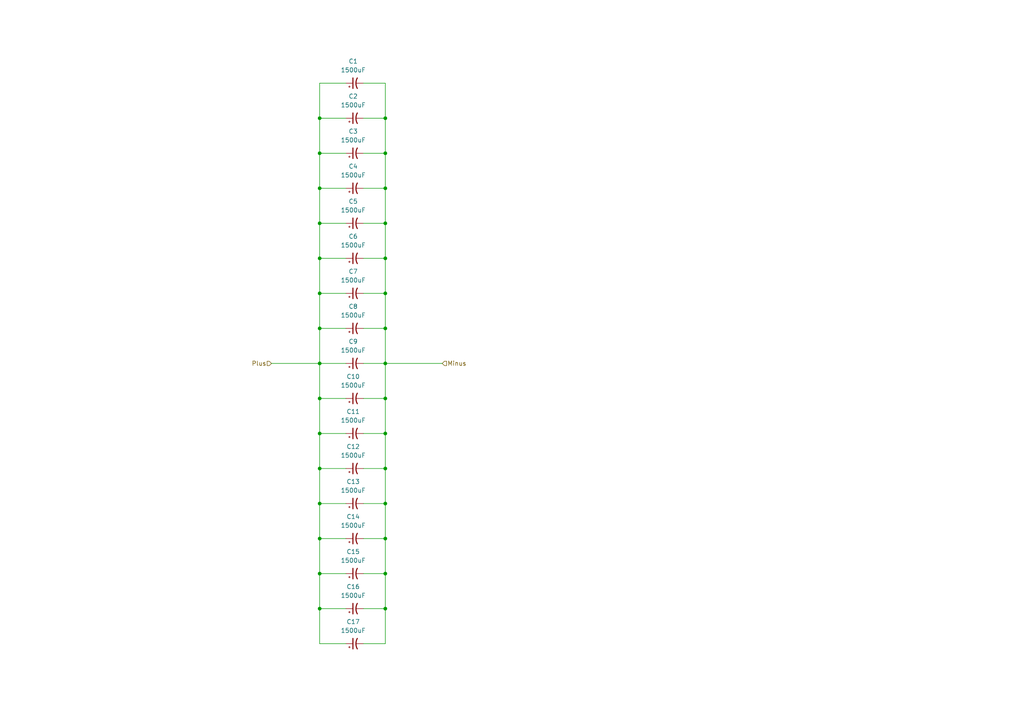
<source format=kicad_sch>
(kicad_sch (version 20250114) (generator "eeschema") (generator_version "9.0")
  (paper "A4")
  (lib_symbols
    (symbol "Device:C_Polarized_Small_US" (pin_numbers (hide yes)) (pin_names (offset 0.254) (hide yes))
      (property "Reference" "C" (at 0.254 1.778 0))
      (property "Value" "C_Polarized_Small_US" (at 0.254 -2.032 0))
      (symbol "C_Polarized_Small_US_0_1"
        (polyline (pts (xy -1.524 0.508) (xy 1.524 0.508)) (stroke (width 0.3048)))
        (polyline (pts (xy -1.27 1.524) (xy -0.762 1.524)))
        (polyline (pts (xy -1.016 1.27) (xy -1.016 1.778)))
        (arc (start -1.524 -0.762) (mid 0 -0.3734) (end 1.524 -0.762) (stroke (width 0.3048)))
      )
      (symbol "C_Polarized_Small_US_1_1"
        (pin passive line (at 0 2.54 270) (length 2.032) (name "~") (number "1"))
        (pin passive line (at 0 -2.54 90) (length 2.032) (name "~") (number "2"))
      )
    )
  )
  (junction (at 92.71 146.05))
  (junction (at 92.71 54.61))
  (junction (at 92.71 176.53))
  (junction (at 111.76 135.89))
  (junction (at 111.76 176.53))
  (junction (at 111.76 74.93))
  (junction (at 92.71 74.93))
  (junction (at 111.76 156.21))
  (junction (at 111.76 95.25))
  (junction (at 92.71 115.57))
  (junction (at 111.76 125.73))
  (junction (at 92.71 95.25))
  (junction (at 92.71 125.73))
  (junction (at 111.76 64.77))
  (junction (at 92.71 135.89))
  (junction (at 111.76 54.61))
  (junction (at 111.76 85.09))
  (junction (at 92.71 85.09))
  (junction (at 92.71 34.29))
  (junction (at 92.71 166.37))
  (junction (at 92.71 44.45))
  (junction (at 111.76 146.05))
  (junction (at 111.76 105.41))
  (junction (at 111.76 44.45))
  (junction (at 92.71 64.77))
  (junction (at 111.76 34.29))
  (junction (at 92.71 156.21))
  (junction (at 92.71 105.41))
  (junction (at 111.76 115.57))
  (junction (at 111.76 166.37))
  (wire (pts (xy 105.41 54.61) (xy 111.76 54.61)))
  (wire (pts (xy 92.71 125.73) (xy 92.71 135.89)))
  (wire (pts (xy 105.41 105.41) (xy 111.76 105.41)))
  (wire (pts (xy 105.41 186.69) (xy 111.76 186.69)))
  (wire (pts (xy 92.71 54.61) (xy 92.71 64.77)))
  (wire (pts (xy 92.71 186.69) (xy 100.33 186.69)))
  (wire (pts (xy 92.71 95.25) (xy 92.71 105.41)))
  (wire (pts (xy 92.71 146.05) (xy 100.33 146.05)))
  (wire (pts (xy 92.71 125.73) (xy 100.33 125.73)))
  (wire (pts (xy 111.76 95.25) (xy 111.76 105.41)))
  (wire (pts (xy 111.76 156.21) (xy 111.76 166.37)))
  (wire (pts (xy 105.41 95.25) (xy 111.76 95.25)))
  (wire (pts (xy 92.71 115.57) (xy 100.33 115.57)))
  (wire (pts (xy 92.71 176.53) (xy 100.33 176.53)))
  (wire (pts (xy 92.71 44.45) (xy 92.71 54.61)))
  (wire (pts (xy 92.71 135.89) (xy 100.33 135.89)))
  (wire (pts (xy 111.76 64.77) (xy 111.76 74.93)))
  (wire (pts (xy 105.41 156.21) (xy 111.76 156.21)))
  (wire (pts (xy 92.71 105.41) (xy 92.71 115.57)))
  (wire (pts (xy 92.71 54.61) (xy 100.33 54.61)))
  (wire (pts (xy 111.76 44.45) (xy 111.76 54.61)))
  (wire (pts (xy 111.76 85.09) (xy 111.76 95.25)))
  (wire (pts (xy 111.76 125.73) (xy 111.76 135.89)))
  (wire (pts (xy 105.41 44.45) (xy 111.76 44.45)))
  (wire (pts (xy 111.76 105.41) (xy 128.27 105.41)))
  (wire (pts (xy 100.33 24.13) (xy 92.71 24.13)))
  (wire (pts (xy 111.76 146.05) (xy 111.76 156.21)))
  (wire (pts (xy 111.76 135.89) (xy 111.76 146.05)))
  (wire (pts (xy 92.71 85.09) (xy 92.71 95.25)))
  (wire (pts (xy 92.71 85.09) (xy 100.33 85.09)))
  (wire (pts (xy 92.71 166.37) (xy 100.33 166.37)))
  (wire (pts (xy 92.71 166.37) (xy 92.71 176.53)))
  (wire (pts (xy 105.41 34.29) (xy 111.76 34.29)))
  (wire (pts (xy 92.71 34.29) (xy 92.71 44.45)))
  (wire (pts (xy 111.76 176.53) (xy 111.76 186.69)))
  (wire (pts (xy 111.76 105.41) (xy 111.76 115.57)))
  (wire (pts (xy 92.71 74.93) (xy 92.71 85.09)))
  (wire (pts (xy 105.41 146.05) (xy 111.76 146.05)))
  (wire (pts (xy 105.41 166.37) (xy 111.76 166.37)))
  (wire (pts (xy 92.71 64.77) (xy 92.71 74.93)))
  (wire (pts (xy 92.71 156.21) (xy 100.33 156.21)))
  (wire (pts (xy 92.71 146.05) (xy 92.71 156.21)))
  (wire (pts (xy 92.71 156.21) (xy 92.71 166.37)))
  (wire (pts (xy 78.74 105.41) (xy 92.71 105.41)))
  (wire (pts (xy 111.76 115.57) (xy 111.76 125.73)))
  (wire (pts (xy 105.41 85.09) (xy 111.76 85.09)))
  (wire (pts (xy 92.71 34.29) (xy 100.33 34.29)))
  (wire (pts (xy 111.76 54.61) (xy 111.76 64.77)))
  (wire (pts (xy 92.71 95.25) (xy 100.33 95.25)))
  (wire (pts (xy 92.71 24.13) (xy 92.71 34.29)))
  (wire (pts (xy 105.41 125.73) (xy 111.76 125.73)))
  (wire (pts (xy 92.71 64.77) (xy 100.33 64.77)))
  (wire (pts (xy 105.41 115.57) (xy 111.76 115.57)))
  (wire (pts (xy 92.71 74.93) (xy 100.33 74.93)))
  (wire (pts (xy 105.41 176.53) (xy 111.76 176.53)))
  (wire (pts (xy 92.71 44.45) (xy 100.33 44.45)))
  (wire (pts (xy 111.76 74.93) (xy 111.76 85.09)))
  (wire (pts (xy 92.71 105.41) (xy 100.33 105.41)))
  (wire (pts (xy 92.71 135.89) (xy 92.71 146.05)))
  (wire (pts (xy 105.41 64.77) (xy 111.76 64.77)))
  (wire (pts (xy 111.76 166.37) (xy 111.76 176.53)))
  (wire (pts (xy 105.41 24.13) (xy 111.76 24.13)))
  (wire (pts (xy 92.71 115.57) (xy 92.71 125.73)))
  (wire (pts (xy 105.41 74.93) (xy 111.76 74.93)))
  (wire (pts (xy 92.71 176.53) (xy 92.71 186.69)))
  (wire (pts (xy 111.76 34.29) (xy 111.76 44.45)))
  (wire (pts (xy 111.76 24.13) (xy 111.76 34.29)))
  (wire (pts (xy 105.41 135.89) (xy 111.76 135.89)))
  (hierarchical_label "Minus" (shape input) (at 128.27 105.41 0))
  (hierarchical_label "Plus" (shape input) (at 78.74 105.41 180))
  (symbol (lib_id "Device:C_Polarized_Small_US") (at 102.87 176.53 90) (unit 1)
    (property "Reference" "C16" (at 102.4382 170.18 90))
    (property "Value" "1500uF" (at 102.4382 172.72 90))
    (property "Description" "Polarized capacitor, small US symbol" (effects (hide yes)))
  )
  (symbol (lib_id "Device:C_Polarized_Small_US") (at 102.87 125.73 90) (unit 1)
    (property "Reference" "C11" (at 102.4382 119.38 90))
    (property "Value" "1500uF" (at 102.4382 121.92 90))
    (property "Description" "Polarized capacitor, small US symbol" (effects (hide yes)))
  )
  (symbol (lib_id "Device:C_Polarized_Small_US") (at 102.87 166.37 90) (unit 1)
    (property "Reference" "C15" (at 102.4382 160.02 90))
    (property "Value" "1500uF" (at 102.4382 162.56 90))
    (property "Description" "Polarized capacitor, small US symbol" (effects (hide yes)))
  )
  (symbol (lib_id "Device:C_Polarized_Small_US") (at 102.87 24.13 90) (unit 1)
    (property "Reference" "C1" (at 102.4382 17.78 90))
    (property "Value" "1500uF" (at 102.4382 20.32 90))
    (property "Description" "Polarized capacitor, small US symbol" (effects (hide yes)))
  )
  (symbol (lib_id "Device:C_Polarized_Small_US") (at 102.87 54.61 90) (unit 1)
    (property "Reference" "C4" (at 102.4382 48.26 90))
    (property "Value" "1500uF" (at 102.4382 50.8 90))
    (property "Description" "Polarized capacitor, small US symbol" (effects (hide yes)))
  )
  (symbol (lib_id "Device:C_Polarized_Small_US") (at 102.87 135.89 90) (unit 1)
    (property "Reference" "C12" (at 102.4382 129.54 90))
    (property "Value" "1500uF" (at 102.4382 132.08 90))
    (property "Description" "Polarized capacitor, small US symbol" (effects (hide yes)))
  )
  (symbol (lib_id "Device:C_Polarized_Small_US") (at 102.87 105.41 90) (unit 1)
    (property "Reference" "C9" (at 102.4382 99.06 90))
    (property "Value" "1500uF" (at 102.4382 101.6 90))
    (property "Description" "Polarized capacitor, small US symbol" (effects (hide yes)))
  )
  (symbol (lib_id "Device:C_Polarized_Small_US") (at 102.87 186.69 90) (unit 1)
    (property "Reference" "C17" (at 102.4382 180.34 90))
    (property "Value" "1500uF" (at 102.4382 182.88 90))
    (property "Description" "Polarized capacitor, small US symbol" (effects (hide yes)))
  )
  (symbol (lib_id "Device:C_Polarized_Small_US") (at 102.87 156.21 90) (unit 1)
    (property "Reference" "C14" (at 102.4382 149.86 90))
    (property "Value" "1500uF" (at 102.4382 152.4 90))
    (property "Description" "Polarized capacitor, small US symbol" (effects (hide yes)))
  )
  (symbol (lib_id "Device:C_Polarized_Small_US") (at 102.87 34.29 90) (unit 1)
    (property "Reference" "C2" (at 102.4382 27.94 90))
    (property "Value" "1500uF" (at 102.4382 30.48 90))
    (property "Description" "Polarized capacitor, small US symbol" (effects (hide yes)))
  )
  (symbol (lib_id "Device:C_Polarized_Small_US") (at 102.87 64.77 90) (unit 1)
    (property "Reference" "C5" (at 102.4382 58.42 90))
    (property "Value" "1500uF" (at 102.4382 60.96 90))
    (property "Description" "Polarized capacitor, small US symbol" (effects (hide yes)))
  )
  (symbol (lib_id "Device:C_Polarized_Small_US") (at 102.87 85.09 90) (unit 1)
    (property "Reference" "C7" (at 102.4382 78.74 90))
    (property "Value" "1500uF" (at 102.4382 81.28 90))
    (property "Description" "Polarized capacitor, small US symbol" (effects (hide yes)))
  )
  (symbol (lib_id "Device:C_Polarized_Small_US") (at 102.87 115.57 90) (unit 1)
    (property "Reference" "C10" (at 102.4382 109.22 90))
    (property "Value" "1500uF" (at 102.4382 111.76 90))
    (property "Description" "Polarized capacitor, small US symbol" (effects (hide yes)))
  )
  (symbol (lib_id "Device:C_Polarized_Small_US") (at 102.87 146.05 90) (unit 1)
    (property "Reference" "C13" (at 102.4382 139.7 90))
    (property "Value" "1500uF" (at 102.4382 142.24 90))
    (property "Description" "Polarized capacitor, small US symbol" (effects (hide yes)))
  )
  (symbol (lib_id "Device:C_Polarized_Small_US") (at 102.87 74.93 90) (unit 1)
    (property "Reference" "C6" (at 102.4382 68.58 90))
    (property "Value" "1500uF" (at 102.4382 71.12 90))
    (property "Description" "Polarized capacitor, small US symbol" (effects (hide yes)))
  )
  (symbol (lib_id "Device:C_Polarized_Small_US") (at 102.87 44.45 90) (unit 1)
    (property "Reference" "C3" (at 102.4382 38.1 90))
    (property "Value" "1500uF" (at 102.4382 40.64 90))
    (property "Description" "Polarized capacitor, small US symbol" (effects (hide yes)))
  )
  (symbol (lib_id "Device:C_Polarized_Small_US") (at 102.87 95.25 90) (unit 1)
    (property "Reference" "C8" (at 102.4382 88.9 90))
    (property "Value" "1500uF" (at 102.4382 91.44 90))
    (property "Description" "Polarized capacitor, small US symbol" (effects (hide yes)))
  )
)
</source>
